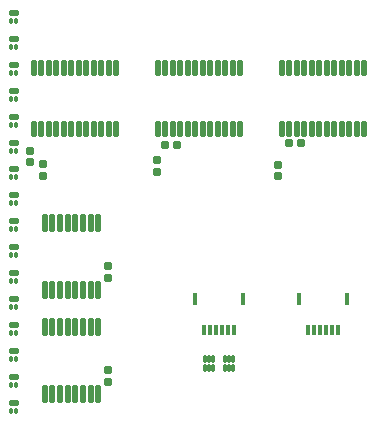
<source format=gbs>
%TF.GenerationSoftware,KiCad,Pcbnew,5.99.0-unknown-dd5676f4bc~131~ubuntu20.04.1*%
%TF.CreationDate,2021-08-08T04:37:50-07:00*%
%TF.ProjectId,panel,70616e65-6c2e-46b6-9963-61645f706362,rev?*%
%TF.SameCoordinates,Original*%
%TF.FileFunction,Soldermask,Bot*%
%TF.FilePolarity,Negative*%
%FSLAX46Y46*%
G04 Gerber Fmt 4.6, Leading zero omitted, Abs format (unit mm)*
G04 Created by KiCad (PCBNEW 5.99.0-unknown-dd5676f4bc~131~ubuntu20.04.1) date 2021-08-08 04:37:50*
%MOMM*%
%LPD*%
G01*
G04 APERTURE LIST*
G04 Aperture macros list*
%AMRoundRect*
0 Rectangle with rounded corners*
0 $1 Rounding radius*
0 $2 $3 $4 $5 $6 $7 $8 $9 X,Y pos of 4 corners*
0 Add a 4 corners polygon primitive as box body*
4,1,4,$2,$3,$4,$5,$6,$7,$8,$9,$2,$3,0*
0 Add four circle primitives for the rounded corners*
1,1,$1+$1,$2,$3*
1,1,$1+$1,$4,$5*
1,1,$1+$1,$6,$7*
1,1,$1+$1,$8,$9*
0 Add four rect primitives between the rounded corners*
20,1,$1+$1,$2,$3,$4,$5,0*
20,1,$1+$1,$4,$5,$6,$7,0*
20,1,$1+$1,$6,$7,$8,$9,0*
20,1,$1+$1,$8,$9,$2,$3,0*%
G04 Aperture macros list end*
%ADD10RoundRect,0.050000X-0.200000X0.600000X-0.200000X-0.600000X0.200000X-0.600000X0.200000X0.600000X0*%
%ADD11RoundRect,0.100000X0.075000X-0.150000X0.075000X0.150000X-0.075000X0.150000X-0.075000X-0.150000X0*%
%ADD12RoundRect,0.100000X0.300000X-0.150000X0.300000X0.150000X-0.300000X0.150000X-0.300000X-0.150000X0*%
%ADD13RoundRect,0.190000X-0.170000X0.140000X-0.170000X-0.140000X0.170000X-0.140000X0.170000X0.140000X0*%
%ADD14RoundRect,0.185000X-0.185000X0.135000X-0.185000X-0.135000X0.185000X-0.135000X0.185000X0.135000X0*%
%ADD15RoundRect,0.185000X-0.135000X-0.185000X0.135000X-0.185000X0.135000X0.185000X-0.135000X0.185000X0*%
%ADD16RoundRect,0.050000X-0.150000X-0.350000X0.150000X-0.350000X0.150000X0.350000X-0.150000X0.350000X0*%
%ADD17RoundRect,0.050000X-0.150000X-0.500000X0.150000X-0.500000X0.150000X0.500000X-0.150000X0.500000X0*%
%ADD18RoundRect,0.150000X-0.100000X0.637500X-0.100000X-0.637500X0.100000X-0.637500X0.100000X0.637500X0*%
%ADD19RoundRect,0.050000X-0.100000X0.285000X-0.100000X-0.285000X0.100000X-0.285000X0.100000X0.285000X0*%
%ADD20RoundRect,0.050000X-0.100000X0.260000X-0.100000X-0.260000X0.100000X-0.260000X0.100000X0.260000X0*%
%ADD21RoundRect,0.190000X0.170000X-0.140000X0.170000X0.140000X-0.170000X0.140000X-0.170000X-0.140000X0*%
G04 APERTURE END LIST*
D10*
%TO.C,U1*%
X85007500Y-65800000D03*
X85642500Y-65800000D03*
X86277500Y-65800000D03*
X86912500Y-65800000D03*
X87547500Y-65800000D03*
X88182500Y-65800000D03*
X88817500Y-65800000D03*
X89452500Y-65800000D03*
X90087500Y-65800000D03*
X90722500Y-65800000D03*
X91357500Y-65800000D03*
X91992500Y-65800000D03*
X91992500Y-71000000D03*
X91357500Y-71000000D03*
X90722500Y-71000000D03*
X90087500Y-71000000D03*
X89452500Y-71000000D03*
X88817500Y-71000000D03*
X88182500Y-71000000D03*
X87547500Y-71000000D03*
X86912500Y-71000000D03*
X86277500Y-71000000D03*
X85642500Y-71000000D03*
X85007500Y-71000000D03*
%TD*%
D11*
%TO.C,Q14*%
X62525000Y-90450000D03*
X62075000Y-90450000D03*
D12*
X62300000Y-89750000D03*
%TD*%
D13*
%TO.C,C3*%
X63700000Y-72820000D03*
X63700000Y-73780000D03*
%TD*%
D11*
%TO.C,Q8*%
X62525000Y-77250000D03*
X62075000Y-77250000D03*
D12*
X62300000Y-76550000D03*
%TD*%
D14*
%TO.C,R3*%
X64800000Y-73940000D03*
X64800000Y-74960000D03*
%TD*%
D11*
%TO.C,Q2*%
X62525000Y-64050000D03*
X62075000Y-64050000D03*
D12*
X62300000Y-63350000D03*
%TD*%
D11*
%TO.C,Q15*%
X62525000Y-92650000D03*
X62075000Y-92650000D03*
D12*
X62300000Y-91950000D03*
%TD*%
D11*
%TO.C,Q11*%
X62525000Y-83850000D03*
X62075000Y-83850000D03*
D12*
X62300000Y-83150000D03*
%TD*%
D15*
%TO.C,R1*%
X85620000Y-72200000D03*
X86640000Y-72200000D03*
%TD*%
D13*
%TO.C,C2*%
X74400000Y-73620000D03*
X74400000Y-74580000D03*
%TD*%
D11*
%TO.C,Q1*%
X62525000Y-61850000D03*
X62075000Y-61850000D03*
D12*
X62300000Y-61150000D03*
%TD*%
D16*
%TO.C,J1*%
X78450000Y-88000000D03*
X78950000Y-88000000D03*
X79450000Y-88000000D03*
X79950000Y-88000000D03*
X80450000Y-88000000D03*
X80950000Y-88000000D03*
D17*
X77660000Y-85350000D03*
X81740000Y-85350000D03*
%TD*%
D11*
%TO.C,Q13*%
X62525000Y-88250000D03*
X62075000Y-88250000D03*
D12*
X62300000Y-87550000D03*
%TD*%
D10*
%TO.C,U3*%
X64007500Y-65800000D03*
X64642500Y-65800000D03*
X65277500Y-65800000D03*
X65912500Y-65800000D03*
X66547500Y-65800000D03*
X67182500Y-65800000D03*
X67817500Y-65800000D03*
X68452500Y-65800000D03*
X69087500Y-65800000D03*
X69722500Y-65800000D03*
X70357500Y-65800000D03*
X70992500Y-65800000D03*
X70992500Y-71000000D03*
X70357500Y-71000000D03*
X69722500Y-71000000D03*
X69087500Y-71000000D03*
X68452500Y-71000000D03*
X67817500Y-71000000D03*
X67182500Y-71000000D03*
X66547500Y-71000000D03*
X65912500Y-71000000D03*
X65277500Y-71000000D03*
X64642500Y-71000000D03*
X64007500Y-71000000D03*
%TD*%
D15*
%TO.C,R2*%
X75120000Y-72300000D03*
X76140000Y-72300000D03*
%TD*%
D18*
%TO.C,U4*%
X64925000Y-78907500D03*
X65575000Y-78907500D03*
X66225000Y-78907500D03*
X66875000Y-78907500D03*
X67525000Y-78907500D03*
X68175000Y-78907500D03*
X68825000Y-78907500D03*
X69475000Y-78907500D03*
X69475000Y-84632500D03*
X68825000Y-84632500D03*
X68175000Y-84632500D03*
X67525000Y-84632500D03*
X66875000Y-84632500D03*
X66225000Y-84632500D03*
X65575000Y-84632500D03*
X64925000Y-84632500D03*
%TD*%
D19*
%TO.C,U6*%
X78500000Y-90447500D03*
X78850000Y-90447500D03*
X79200000Y-90447500D03*
D20*
X79200000Y-91177500D03*
X78850000Y-91177500D03*
X78500000Y-91177500D03*
%TD*%
D11*
%TO.C,Q3*%
X62525000Y-66250000D03*
X62075000Y-66250000D03*
D12*
X62300000Y-65550000D03*
%TD*%
D11*
%TO.C,Q6*%
X62525000Y-72850000D03*
X62075000Y-72850000D03*
D12*
X62300000Y-72150000D03*
%TD*%
D11*
%TO.C,Q4*%
X62525000Y-68450000D03*
X62075000Y-68450000D03*
D12*
X62300000Y-67750000D03*
%TD*%
D11*
%TO.C,Q5*%
X62525000Y-70650000D03*
X62075000Y-70650000D03*
D12*
X62300000Y-69950000D03*
%TD*%
D10*
%TO.C,U2*%
X74507500Y-65800000D03*
X75142500Y-65800000D03*
X75777500Y-65800000D03*
X76412500Y-65800000D03*
X77047500Y-65800000D03*
X77682500Y-65800000D03*
X78317500Y-65800000D03*
X78952500Y-65800000D03*
X79587500Y-65800000D03*
X80222500Y-65800000D03*
X80857500Y-65800000D03*
X81492500Y-65800000D03*
X81492500Y-71000000D03*
X80857500Y-71000000D03*
X80222500Y-71000000D03*
X79587500Y-71000000D03*
X78952500Y-71000000D03*
X78317500Y-71000000D03*
X77682500Y-71000000D03*
X77047500Y-71000000D03*
X76412500Y-71000000D03*
X75777500Y-71000000D03*
X75142500Y-71000000D03*
X74507500Y-71000000D03*
%TD*%
D11*
%TO.C,Q12*%
X62525000Y-86050000D03*
X62075000Y-86050000D03*
D12*
X62300000Y-85350000D03*
%TD*%
D11*
%TO.C,Q10*%
X62525000Y-81650000D03*
X62075000Y-81650000D03*
D12*
X62300000Y-80950000D03*
%TD*%
D11*
%TO.C,Q16*%
X62525000Y-94850000D03*
X62075000Y-94850000D03*
D12*
X62300000Y-94150000D03*
%TD*%
D21*
%TO.C,C4*%
X70300000Y-83580000D03*
X70300000Y-82620000D03*
%TD*%
%TO.C,C5*%
X70300000Y-92380000D03*
X70300000Y-91420000D03*
%TD*%
D16*
%TO.C,J2*%
X87250000Y-88000000D03*
X87750000Y-88000000D03*
X88250000Y-88000000D03*
X88750000Y-88000000D03*
X89250000Y-88000000D03*
X89750000Y-88000000D03*
D17*
X90540000Y-85350000D03*
X86460000Y-85350000D03*
%TD*%
D19*
%TO.C,U7*%
X80200000Y-90447500D03*
X80550000Y-90447500D03*
X80900000Y-90447500D03*
D20*
X80900000Y-91177500D03*
X80550000Y-91177500D03*
X80200000Y-91177500D03*
%TD*%
D13*
%TO.C,C1*%
X84700000Y-74020000D03*
X84700000Y-74980000D03*
%TD*%
D11*
%TO.C,Q9*%
X62525000Y-79450000D03*
X62075000Y-79450000D03*
D12*
X62300000Y-78750000D03*
%TD*%
D11*
%TO.C,Q7*%
X62525000Y-75050000D03*
X62075000Y-75050000D03*
D12*
X62300000Y-74350000D03*
%TD*%
D18*
%TO.C,U5*%
X64925000Y-87707500D03*
X65575000Y-87707500D03*
X66225000Y-87707500D03*
X66875000Y-87707500D03*
X67525000Y-87707500D03*
X68175000Y-87707500D03*
X68825000Y-87707500D03*
X69475000Y-87707500D03*
X69475000Y-93432500D03*
X68825000Y-93432500D03*
X68175000Y-93432500D03*
X67525000Y-93432500D03*
X66875000Y-93432500D03*
X66225000Y-93432500D03*
X65575000Y-93432500D03*
X64925000Y-93432500D03*
%TD*%
M02*

</source>
